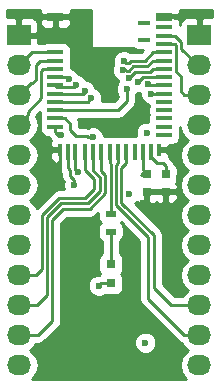
<source format=gbr>
G04 #@! TF.FileFunction,Copper,L1,Top,Signal*
%FSLAX46Y46*%
G04 Gerber Fmt 4.6, Leading zero omitted, Abs format (unit mm)*
G04 Created by KiCad (PCBNEW 4.0.4-stable) date 06/20/17 22:04:30*
%MOMM*%
%LPD*%
G01*
G04 APERTURE LIST*
%ADD10C,0.100000*%
%ADD11R,2.032000X1.727200*%
%ADD12O,2.032000X1.727200*%
%ADD13R,0.750000X0.800000*%
%ADD14R,0.800000X0.800000*%
%ADD15R,0.900000X0.500000*%
%ADD16R,1.400000X0.800000*%
%ADD17R,1.000000X0.400000*%
%ADD18R,1.400000X0.400000*%
%ADD19R,0.400000X1.400000*%
%ADD20R,0.400000X1.100000*%
%ADD21C,0.600000*%
%ADD22C,0.250000*%
%ADD23C,0.254000*%
G04 APERTURE END LIST*
D10*
D11*
X27000000Y-20000000D03*
D12*
X27000000Y-22540000D03*
X27000000Y-25080000D03*
X27000000Y-27620000D03*
X27000000Y-30160000D03*
X27000000Y-32700000D03*
X27000000Y-35240000D03*
X27000000Y-37780000D03*
X27000000Y-40320000D03*
X27000000Y-42860000D03*
X27000000Y-45400000D03*
X27000000Y-47940000D03*
D11*
X42300000Y-20000000D03*
D12*
X42300000Y-22540000D03*
X42300000Y-25080000D03*
X42300000Y-27620000D03*
X42300000Y-30160000D03*
X42300000Y-32700000D03*
X42300000Y-35240000D03*
X42300000Y-37780000D03*
X42300000Y-40320000D03*
X42300000Y-42860000D03*
X42300000Y-45400000D03*
X42300000Y-47940000D03*
D13*
X37846000Y-33262000D03*
X37846000Y-31762000D03*
X39433500Y-33262000D03*
X39433500Y-31762000D03*
D14*
X34798000Y-40995500D03*
X34798000Y-39395500D03*
D15*
X34798000Y-35127500D03*
X34798000Y-36627500D03*
D16*
X39306500Y-18454000D03*
D17*
X37606500Y-20404000D03*
D18*
X39306500Y-20054000D03*
X39306500Y-20754000D03*
X39306500Y-21454000D03*
X39306500Y-22154000D03*
X39306500Y-22854000D03*
X39306500Y-23554000D03*
X39306500Y-24254000D03*
X39306500Y-24954000D03*
X39306500Y-25654000D03*
X39306500Y-26354000D03*
X39306500Y-27054000D03*
X39306500Y-27754000D03*
X39306500Y-28454000D03*
D19*
X38206500Y-29854000D03*
X37506500Y-29854000D03*
X36806500Y-29854000D03*
X36106500Y-29854000D03*
X35406500Y-29854000D03*
X34706500Y-29854000D03*
X34006500Y-29854000D03*
D20*
X38906500Y-29704000D03*
D19*
X33306500Y-29854000D03*
X32606500Y-29854000D03*
X31806500Y-29854000D03*
X31206500Y-29854000D03*
D20*
X30506500Y-29704000D03*
D16*
X30106500Y-18454000D03*
D18*
X30106500Y-21454000D03*
X30106500Y-22154000D03*
X30106500Y-22854000D03*
X30106500Y-23554000D03*
X30106500Y-24254000D03*
X30106500Y-24954000D03*
X30106500Y-25654000D03*
X30106500Y-26354000D03*
X30106500Y-27054000D03*
X30106500Y-27754000D03*
X39306500Y-19354000D03*
D17*
X37606500Y-19004000D03*
D21*
X30506500Y-32295000D03*
X40555480Y-32131000D03*
X37531500Y-34226500D03*
X35814000Y-28448000D03*
X35623500Y-43688000D03*
X33439500Y-48958500D03*
X29652500Y-46228000D03*
X32956500Y-38735000D03*
X32131000Y-38989000D03*
X36512500Y-28003500D03*
X30543500Y-28448000D03*
X36323020Y-33464500D03*
X37719000Y-46037500D03*
X33782000Y-41211500D03*
X37832500Y-28257500D03*
X36131500Y-24574500D03*
X31703999Y-32685001D03*
X32004000Y-31623000D03*
X33274000Y-28653998D03*
X35830847Y-22990517D03*
X35889143Y-22192642D03*
X36322000Y-23622000D03*
X37084000Y-24003000D03*
X37909500Y-24179000D03*
X38237000Y-24954000D03*
X31251500Y-23749000D03*
X31877000Y-24257000D03*
X32575500Y-24701500D03*
X33147000Y-25336500D03*
D22*
X30506500Y-29704000D02*
X30506500Y-32295000D01*
X40513000Y-30860500D02*
X40513000Y-32088520D01*
X40513000Y-32088520D02*
X40555480Y-32131000D01*
X38906500Y-29704000D02*
X39356500Y-29704000D01*
X39356500Y-29704000D02*
X40513000Y-30860500D01*
X37846000Y-33262000D02*
X37846000Y-33912000D01*
X37846000Y-33912000D02*
X37531500Y-34226500D01*
X37846000Y-33262000D02*
X39433500Y-33262000D01*
X30350500Y-28448000D02*
X30543500Y-28448000D01*
X30106500Y-27754000D02*
X30106500Y-28204000D01*
X30106500Y-28204000D02*
X30350500Y-28448000D01*
X33998000Y-40995500D02*
X33782000Y-41211500D01*
X34798000Y-40995500D02*
X33998000Y-40995500D01*
X42300000Y-25080000D02*
X41034000Y-25080000D01*
X40331501Y-20829001D02*
X40256500Y-20754000D01*
X41034000Y-25080000D02*
X40703500Y-24749500D01*
X40703500Y-24749500D02*
X40703500Y-23495000D01*
X40703500Y-23495000D02*
X40331501Y-23123001D01*
X40331501Y-23123001D02*
X40331501Y-20829001D01*
X40256500Y-20754000D02*
X39306500Y-20754000D01*
X40781511Y-20642601D02*
X40781511Y-21173911D01*
X42147600Y-22540000D02*
X42300000Y-22540000D01*
X40781511Y-21173911D02*
X42147600Y-22540000D01*
X40767000Y-20564500D02*
X40767000Y-20628090D01*
X40767000Y-20628090D02*
X40781511Y-20642601D01*
X39306500Y-20054000D02*
X40256500Y-20054000D01*
X40256500Y-20054000D02*
X40767000Y-20564500D01*
X39433500Y-31762000D02*
X39433500Y-31112000D01*
X39433500Y-31112000D02*
X39182500Y-30861000D01*
X39182500Y-30861000D02*
X38728498Y-30861000D01*
X38206500Y-29854000D02*
X38206500Y-30339002D01*
X38206500Y-30339002D02*
X38728498Y-30861000D01*
X37846000Y-31762000D02*
X37506500Y-31422500D01*
X37506500Y-31422500D02*
X37506500Y-29854000D01*
X37506500Y-31657000D02*
X37338000Y-31825500D01*
X30106500Y-26354000D02*
X35368000Y-26354000D01*
X35368000Y-26354000D02*
X36131500Y-25590500D01*
X36131500Y-25590500D02*
X36131500Y-24574500D01*
X31703999Y-32248001D02*
X31703999Y-32685001D01*
X31206500Y-31087000D02*
X31206500Y-31270000D01*
X31206500Y-31270000D02*
X31356490Y-31419990D01*
X31356490Y-31419990D02*
X31356490Y-31900492D01*
X31356490Y-31900492D02*
X31703999Y-32248001D01*
X31206500Y-29854000D02*
X31206500Y-31087000D01*
X31806500Y-31425500D02*
X32004000Y-31623000D01*
X31806500Y-30804000D02*
X31806500Y-31425500D01*
X31806500Y-29854000D02*
X31806500Y-30804000D01*
X34798000Y-36627500D02*
X34798000Y-39395500D01*
X33274000Y-28653998D02*
X32849736Y-28653998D01*
X32849736Y-28653998D02*
X32770738Y-28575000D01*
X32770738Y-28575000D02*
X31877000Y-28575000D01*
X30891502Y-27054000D02*
X31369000Y-27531498D01*
X31369000Y-27531498D02*
X31369000Y-28067000D01*
X30106500Y-27054000D02*
X30891502Y-27054000D01*
X31369000Y-28067000D02*
X31877000Y-28575000D01*
X36058001Y-22996999D02*
X36051519Y-22990517D01*
X36051519Y-22990517D02*
X35830847Y-22990517D01*
X37856520Y-22653980D02*
X36653609Y-22653981D01*
X36653609Y-22653981D02*
X36310591Y-22996999D01*
X36310591Y-22996999D02*
X36058001Y-22996999D01*
X39306500Y-22154000D02*
X38356500Y-22154000D01*
X38356500Y-22154000D02*
X37856520Y-22653980D01*
X36319182Y-22352000D02*
X36048501Y-22352000D01*
X36048501Y-22352000D02*
X35889143Y-22192642D01*
X37649000Y-22161500D02*
X36509682Y-22161500D01*
X36509682Y-22161500D02*
X36319182Y-22352000D01*
X39306500Y-21454000D02*
X38356500Y-21454000D01*
X38356500Y-21454000D02*
X37649000Y-22161500D01*
X36840010Y-23103990D02*
X36322000Y-23622000D01*
X38106510Y-23103990D02*
X36840010Y-23103990D01*
X39306500Y-22854000D02*
X38356500Y-22854000D01*
X38356500Y-22854000D02*
X38106510Y-23103990D01*
X37533000Y-23554000D02*
X37084000Y-24003000D01*
X39306500Y-23554000D02*
X37533000Y-23554000D01*
X38097000Y-24254000D02*
X38022000Y-24179000D01*
X38022000Y-24179000D02*
X37909500Y-24179000D01*
X39306500Y-24254000D02*
X38097000Y-24254000D01*
X39306500Y-24954000D02*
X38237000Y-24954000D01*
X38354000Y-24956500D02*
X38239500Y-24956500D01*
X38239500Y-24956500D02*
X38237000Y-24954000D01*
X39876910Y-42860000D02*
X38671500Y-41654590D01*
X35698020Y-34172610D02*
X38417500Y-36892090D01*
X36106500Y-29854000D02*
X36106500Y-30804000D01*
X35698020Y-31212480D02*
X35698020Y-34172610D01*
X36106500Y-30804000D02*
X35698020Y-31212480D01*
X38417500Y-41400590D02*
X38671500Y-41654590D01*
X38417500Y-36892090D02*
X38417500Y-41400590D01*
X42300000Y-42860000D02*
X39876910Y-42860000D01*
X42300000Y-45400000D02*
X41034000Y-45400000D01*
X41034000Y-45400000D02*
X38036500Y-42402500D01*
X38036500Y-42402500D02*
X38021000Y-42402500D01*
X38021000Y-42402500D02*
X37967490Y-42348990D01*
X37967490Y-37078490D02*
X35248010Y-34359010D01*
X37967490Y-42348990D02*
X37967490Y-37078490D01*
X35248010Y-34359010D02*
X35248010Y-30962490D01*
X35248010Y-30962490D02*
X35406500Y-30804000D01*
X35406500Y-30804000D02*
X35406500Y-29854000D01*
X42300000Y-45400000D02*
X42147600Y-45400000D01*
X42147600Y-45400000D02*
X42145100Y-45402500D01*
X42145100Y-45402500D02*
X41783000Y-45402500D01*
X34798000Y-30895500D02*
X34798000Y-35127500D01*
X34706500Y-29854000D02*
X34706500Y-30804000D01*
X34706500Y-30804000D02*
X34798000Y-30895500D01*
X29856020Y-44184980D02*
X28641000Y-45400000D01*
X28641000Y-45400000D02*
X27000000Y-45400000D01*
X29856020Y-35615300D02*
X29856020Y-44184980D01*
X30789300Y-34682020D02*
X29856020Y-35615300D01*
X33011800Y-34682020D02*
X30789300Y-34682020D01*
X34301018Y-33392802D02*
X33011800Y-34682020D01*
X34301019Y-31821699D02*
X34301018Y-33392802D01*
X34006500Y-29854000D02*
X34006500Y-31527180D01*
X34006500Y-31527180D02*
X34301019Y-31821699D01*
X33306500Y-29854000D02*
X33306500Y-31463590D01*
X33306500Y-31463590D02*
X33851010Y-32008100D01*
X33851010Y-32008100D02*
X33851009Y-33206401D01*
X33851009Y-33206401D02*
X32825400Y-34232010D01*
X32825400Y-34232010D02*
X30602900Y-34232010D01*
X30602900Y-34232010D02*
X29406010Y-35428900D01*
X29406010Y-35428900D02*
X29406010Y-41967990D01*
X29406010Y-41967990D02*
X28514000Y-42860000D01*
X28514000Y-42860000D02*
X27000000Y-42860000D01*
X33401000Y-33020000D02*
X32639000Y-33782000D01*
X32606500Y-29854000D02*
X32606500Y-31400000D01*
X32606500Y-31400000D02*
X33401000Y-32194500D01*
X33401000Y-32194500D02*
X33401000Y-33020000D01*
X28956000Y-39814500D02*
X28450500Y-40320000D01*
X28450500Y-40320000D02*
X27000000Y-40320000D01*
X28956000Y-35242500D02*
X28956000Y-39814500D01*
X30416500Y-33782000D02*
X28956000Y-35242500D01*
X32639000Y-33782000D02*
X30416500Y-33782000D01*
X30106500Y-21454000D02*
X28086000Y-21454000D01*
X28086000Y-21454000D02*
X27000000Y-22540000D01*
X30106500Y-22154000D02*
X28836500Y-22154000D01*
X28013500Y-24066500D02*
X27000000Y-25080000D01*
X28836500Y-22154000D02*
X28448000Y-22542500D01*
X28448000Y-22542500D02*
X28448000Y-23784400D01*
X28448000Y-23784400D02*
X28165900Y-24066500D01*
X28165900Y-24066500D02*
X28013500Y-24066500D01*
X27152400Y-25080000D02*
X27000000Y-25080000D01*
X27000000Y-27483000D02*
X27749500Y-26733500D01*
X27749500Y-26733500D02*
X27749500Y-26479500D01*
X27000000Y-27620000D02*
X27000000Y-27483000D01*
X28898010Y-25330990D02*
X27749500Y-26479500D01*
X28898010Y-23044990D02*
X28898010Y-25330990D01*
X30106500Y-22854000D02*
X29089000Y-22854000D01*
X29089000Y-22854000D02*
X28898010Y-23044990D01*
X27152400Y-27620000D02*
X27000000Y-27620000D01*
X30106500Y-23554000D02*
X31056500Y-23554000D01*
X31056500Y-23554000D02*
X31251500Y-23749000D01*
X31759999Y-24374001D02*
X31877000Y-24257000D01*
X30106500Y-24254000D02*
X30226501Y-24374001D01*
X30226501Y-24374001D02*
X31759999Y-24374001D01*
X32450000Y-24954000D02*
X32575500Y-24828500D01*
X32575500Y-24828500D02*
X32575500Y-24701500D01*
X30106500Y-24954000D02*
X32450000Y-24954000D01*
X32829500Y-25654000D02*
X33147000Y-25336500D01*
X30106500Y-25654000D02*
X32829500Y-25654000D01*
D23*
G36*
X33700560Y-35377500D02*
X33744838Y-35612817D01*
X33883910Y-35828941D01*
X33953711Y-35876634D01*
X33896559Y-35913410D01*
X33751569Y-36125610D01*
X33700560Y-36377500D01*
X33700560Y-36877500D01*
X33744838Y-37112817D01*
X33883910Y-37328941D01*
X34038000Y-37434226D01*
X34038000Y-38472569D01*
X33946559Y-38531410D01*
X33801569Y-38743610D01*
X33750560Y-38995500D01*
X33750560Y-39795500D01*
X33794838Y-40030817D01*
X33901759Y-40196977D01*
X33856160Y-40263714D01*
X33791841Y-40276508D01*
X33596833Y-40276338D01*
X33253057Y-40418383D01*
X32989808Y-40681173D01*
X32847162Y-41024701D01*
X32846838Y-41396667D01*
X32988883Y-41740443D01*
X33251673Y-42003692D01*
X33595201Y-42146338D01*
X33967167Y-42146662D01*
X34277333Y-42018504D01*
X34398000Y-42042940D01*
X35198000Y-42042940D01*
X35433317Y-41998662D01*
X35649441Y-41859590D01*
X35794431Y-41647390D01*
X35845440Y-41395500D01*
X35845440Y-40595500D01*
X35801162Y-40360183D01*
X35694241Y-40194023D01*
X35794431Y-40047390D01*
X35845440Y-39795500D01*
X35845440Y-38995500D01*
X35801162Y-38760183D01*
X35662090Y-38544059D01*
X35558000Y-38472937D01*
X35558000Y-37432605D01*
X35699441Y-37341590D01*
X35844431Y-37129390D01*
X35895440Y-36877500D01*
X35895440Y-36377500D01*
X35851162Y-36142183D01*
X35712090Y-35926059D01*
X35642289Y-35878366D01*
X35672880Y-35858682D01*
X37207490Y-37393293D01*
X37207490Y-42348990D01*
X37265342Y-42639829D01*
X37430089Y-42886391D01*
X37483599Y-42939901D01*
X37530311Y-42971113D01*
X40496599Y-45937401D01*
X40743161Y-46102148D01*
X40827968Y-46119017D01*
X41055585Y-46459670D01*
X41370366Y-46670000D01*
X41055585Y-46880330D01*
X40730729Y-47366511D01*
X40616655Y-47940000D01*
X40730729Y-48513489D01*
X41055585Y-48999670D01*
X41166828Y-49074000D01*
X28133172Y-49074000D01*
X28244415Y-48999670D01*
X28569271Y-48513489D01*
X28683345Y-47940000D01*
X28569271Y-47366511D01*
X28244415Y-46880330D01*
X27929634Y-46670000D01*
X28244415Y-46459670D01*
X28402775Y-46222667D01*
X36783838Y-46222667D01*
X36925883Y-46566443D01*
X37188673Y-46829692D01*
X37532201Y-46972338D01*
X37904167Y-46972662D01*
X38247943Y-46830617D01*
X38511192Y-46567827D01*
X38653838Y-46224299D01*
X38654162Y-45852333D01*
X38512117Y-45508557D01*
X38249327Y-45245308D01*
X37905799Y-45102662D01*
X37533833Y-45102338D01*
X37190057Y-45244383D01*
X36926808Y-45507173D01*
X36784162Y-45850701D01*
X36783838Y-46222667D01*
X28402775Y-46222667D01*
X28444648Y-46160000D01*
X28641000Y-46160000D01*
X28931839Y-46102148D01*
X29178401Y-45937401D01*
X30393421Y-44722381D01*
X30558168Y-44475819D01*
X30616020Y-44184980D01*
X30616020Y-35930102D01*
X31104102Y-35442020D01*
X33011800Y-35442020D01*
X33302639Y-35384168D01*
X33549201Y-35219421D01*
X33700560Y-35068062D01*
X33700560Y-35377500D01*
X33700560Y-35377500D01*
G37*
X33700560Y-35377500D02*
X33744838Y-35612817D01*
X33883910Y-35828941D01*
X33953711Y-35876634D01*
X33896559Y-35913410D01*
X33751569Y-36125610D01*
X33700560Y-36377500D01*
X33700560Y-36877500D01*
X33744838Y-37112817D01*
X33883910Y-37328941D01*
X34038000Y-37434226D01*
X34038000Y-38472569D01*
X33946559Y-38531410D01*
X33801569Y-38743610D01*
X33750560Y-38995500D01*
X33750560Y-39795500D01*
X33794838Y-40030817D01*
X33901759Y-40196977D01*
X33856160Y-40263714D01*
X33791841Y-40276508D01*
X33596833Y-40276338D01*
X33253057Y-40418383D01*
X32989808Y-40681173D01*
X32847162Y-41024701D01*
X32846838Y-41396667D01*
X32988883Y-41740443D01*
X33251673Y-42003692D01*
X33595201Y-42146338D01*
X33967167Y-42146662D01*
X34277333Y-42018504D01*
X34398000Y-42042940D01*
X35198000Y-42042940D01*
X35433317Y-41998662D01*
X35649441Y-41859590D01*
X35794431Y-41647390D01*
X35845440Y-41395500D01*
X35845440Y-40595500D01*
X35801162Y-40360183D01*
X35694241Y-40194023D01*
X35794431Y-40047390D01*
X35845440Y-39795500D01*
X35845440Y-38995500D01*
X35801162Y-38760183D01*
X35662090Y-38544059D01*
X35558000Y-38472937D01*
X35558000Y-37432605D01*
X35699441Y-37341590D01*
X35844431Y-37129390D01*
X35895440Y-36877500D01*
X35895440Y-36377500D01*
X35851162Y-36142183D01*
X35712090Y-35926059D01*
X35642289Y-35878366D01*
X35672880Y-35858682D01*
X37207490Y-37393293D01*
X37207490Y-42348990D01*
X37265342Y-42639829D01*
X37430089Y-42886391D01*
X37483599Y-42939901D01*
X37530311Y-42971113D01*
X40496599Y-45937401D01*
X40743161Y-46102148D01*
X40827968Y-46119017D01*
X41055585Y-46459670D01*
X41370366Y-46670000D01*
X41055585Y-46880330D01*
X40730729Y-47366511D01*
X40616655Y-47940000D01*
X40730729Y-48513489D01*
X41055585Y-48999670D01*
X41166828Y-49074000D01*
X28133172Y-49074000D01*
X28244415Y-48999670D01*
X28569271Y-48513489D01*
X28683345Y-47940000D01*
X28569271Y-47366511D01*
X28244415Y-46880330D01*
X27929634Y-46670000D01*
X28244415Y-46459670D01*
X28402775Y-46222667D01*
X36783838Y-46222667D01*
X36925883Y-46566443D01*
X37188673Y-46829692D01*
X37532201Y-46972338D01*
X37904167Y-46972662D01*
X38247943Y-46830617D01*
X38511192Y-46567827D01*
X38653838Y-46224299D01*
X38654162Y-45852333D01*
X38512117Y-45508557D01*
X38249327Y-45245308D01*
X37905799Y-45102662D01*
X37533833Y-45102338D01*
X37190057Y-45244383D01*
X36926808Y-45507173D01*
X36784162Y-45850701D01*
X36783838Y-46222667D01*
X28402775Y-46222667D01*
X28444648Y-46160000D01*
X28641000Y-46160000D01*
X28931839Y-46102148D01*
X29178401Y-45937401D01*
X30393421Y-44722381D01*
X30558168Y-44475819D01*
X30616020Y-44184980D01*
X30616020Y-35930102D01*
X31104102Y-35442020D01*
X33011800Y-35442020D01*
X33302639Y-35384168D01*
X33549201Y-35219421D01*
X33700560Y-35068062D01*
X33700560Y-35377500D01*
G36*
X40730729Y-28193489D02*
X41055585Y-28679670D01*
X41370366Y-28890000D01*
X41055585Y-29100330D01*
X40730729Y-29586511D01*
X40616655Y-30160000D01*
X40730729Y-30733489D01*
X41055585Y-31219670D01*
X41370366Y-31430000D01*
X41055585Y-31640330D01*
X40730729Y-32126511D01*
X40616655Y-32700000D01*
X40730729Y-33273489D01*
X41055585Y-33759670D01*
X41370366Y-33970000D01*
X41055585Y-34180330D01*
X40730729Y-34666511D01*
X40616655Y-35240000D01*
X40730729Y-35813489D01*
X41055585Y-36299670D01*
X41370366Y-36510000D01*
X41055585Y-36720330D01*
X40730729Y-37206511D01*
X40616655Y-37780000D01*
X40730729Y-38353489D01*
X41055585Y-38839670D01*
X41370366Y-39050000D01*
X41055585Y-39260330D01*
X40730729Y-39746511D01*
X40616655Y-40320000D01*
X40730729Y-40893489D01*
X41055585Y-41379670D01*
X41370366Y-41590000D01*
X41055585Y-41800330D01*
X40855352Y-42100000D01*
X40191712Y-42100000D01*
X39177500Y-41085788D01*
X39177500Y-36892090D01*
X39119648Y-36601251D01*
X38970143Y-36377500D01*
X38954901Y-36354688D01*
X36854899Y-34254686D01*
X37010415Y-34099441D01*
X37111301Y-34200327D01*
X37344690Y-34297000D01*
X37560250Y-34297000D01*
X37719000Y-34138250D01*
X37719000Y-33389000D01*
X37973000Y-33389000D01*
X37973000Y-34138250D01*
X38131750Y-34297000D01*
X38347310Y-34297000D01*
X38580699Y-34200327D01*
X38639750Y-34141276D01*
X38698801Y-34200327D01*
X38932190Y-34297000D01*
X39147750Y-34297000D01*
X39306500Y-34138250D01*
X39306500Y-33389000D01*
X39560500Y-33389000D01*
X39560500Y-34138250D01*
X39719250Y-34297000D01*
X39934810Y-34297000D01*
X40168199Y-34200327D01*
X40346827Y-34021698D01*
X40443500Y-33788309D01*
X40443500Y-33547750D01*
X40284750Y-33389000D01*
X39560500Y-33389000D01*
X39306500Y-33389000D01*
X37973000Y-33389000D01*
X37719000Y-33389000D01*
X37699000Y-33389000D01*
X37699000Y-33135000D01*
X37719000Y-33135000D01*
X37719000Y-33115000D01*
X37973000Y-33115000D01*
X37973000Y-33135000D01*
X39306500Y-33135000D01*
X39306500Y-33115000D01*
X39560500Y-33115000D01*
X39560500Y-33135000D01*
X40284750Y-33135000D01*
X40443500Y-32976250D01*
X40443500Y-32735691D01*
X40346827Y-32502302D01*
X40345457Y-32500932D01*
X40404931Y-32413890D01*
X40455940Y-32162000D01*
X40455940Y-31362000D01*
X40411662Y-31126683D01*
X40272590Y-30910559D01*
X40130520Y-30813487D01*
X39970901Y-30574599D01*
X39741500Y-30345198D01*
X39741500Y-29989750D01*
X39582750Y-29831000D01*
X39053940Y-29831000D01*
X39053940Y-29577000D01*
X39582750Y-29577000D01*
X39741500Y-29418250D01*
X39741500Y-29301440D01*
X40006500Y-29301440D01*
X40241817Y-29257162D01*
X40457941Y-29118090D01*
X40602931Y-28905890D01*
X40653940Y-28654000D01*
X40653940Y-28254000D01*
X40624679Y-28098493D01*
X40653940Y-27954000D01*
X40653940Y-27807444D01*
X40730729Y-28193489D01*
X40730729Y-28193489D01*
G37*
X40730729Y-28193489D02*
X41055585Y-28679670D01*
X41370366Y-28890000D01*
X41055585Y-29100330D01*
X40730729Y-29586511D01*
X40616655Y-30160000D01*
X40730729Y-30733489D01*
X41055585Y-31219670D01*
X41370366Y-31430000D01*
X41055585Y-31640330D01*
X40730729Y-32126511D01*
X40616655Y-32700000D01*
X40730729Y-33273489D01*
X41055585Y-33759670D01*
X41370366Y-33970000D01*
X41055585Y-34180330D01*
X40730729Y-34666511D01*
X40616655Y-35240000D01*
X40730729Y-35813489D01*
X41055585Y-36299670D01*
X41370366Y-36510000D01*
X41055585Y-36720330D01*
X40730729Y-37206511D01*
X40616655Y-37780000D01*
X40730729Y-38353489D01*
X41055585Y-38839670D01*
X41370366Y-39050000D01*
X41055585Y-39260330D01*
X40730729Y-39746511D01*
X40616655Y-40320000D01*
X40730729Y-40893489D01*
X41055585Y-41379670D01*
X41370366Y-41590000D01*
X41055585Y-41800330D01*
X40855352Y-42100000D01*
X40191712Y-42100000D01*
X39177500Y-41085788D01*
X39177500Y-36892090D01*
X39119648Y-36601251D01*
X38970143Y-36377500D01*
X38954901Y-36354688D01*
X36854899Y-34254686D01*
X37010415Y-34099441D01*
X37111301Y-34200327D01*
X37344690Y-34297000D01*
X37560250Y-34297000D01*
X37719000Y-34138250D01*
X37719000Y-33389000D01*
X37973000Y-33389000D01*
X37973000Y-34138250D01*
X38131750Y-34297000D01*
X38347310Y-34297000D01*
X38580699Y-34200327D01*
X38639750Y-34141276D01*
X38698801Y-34200327D01*
X38932190Y-34297000D01*
X39147750Y-34297000D01*
X39306500Y-34138250D01*
X39306500Y-33389000D01*
X39560500Y-33389000D01*
X39560500Y-34138250D01*
X39719250Y-34297000D01*
X39934810Y-34297000D01*
X40168199Y-34200327D01*
X40346827Y-34021698D01*
X40443500Y-33788309D01*
X40443500Y-33547750D01*
X40284750Y-33389000D01*
X39560500Y-33389000D01*
X39306500Y-33389000D01*
X37973000Y-33389000D01*
X37719000Y-33389000D01*
X37699000Y-33389000D01*
X37699000Y-33135000D01*
X37719000Y-33135000D01*
X37719000Y-33115000D01*
X37973000Y-33115000D01*
X37973000Y-33135000D01*
X39306500Y-33135000D01*
X39306500Y-33115000D01*
X39560500Y-33115000D01*
X39560500Y-33135000D01*
X40284750Y-33135000D01*
X40443500Y-32976250D01*
X40443500Y-32735691D01*
X40346827Y-32502302D01*
X40345457Y-32500932D01*
X40404931Y-32413890D01*
X40455940Y-32162000D01*
X40455940Y-31362000D01*
X40411662Y-31126683D01*
X40272590Y-30910559D01*
X40130520Y-30813487D01*
X39970901Y-30574599D01*
X39741500Y-30345198D01*
X39741500Y-29989750D01*
X39582750Y-29831000D01*
X39053940Y-29831000D01*
X39053940Y-29577000D01*
X39582750Y-29577000D01*
X39741500Y-29418250D01*
X39741500Y-29301440D01*
X40006500Y-29301440D01*
X40241817Y-29257162D01*
X40457941Y-29118090D01*
X40602931Y-28905890D01*
X40653940Y-28654000D01*
X40653940Y-28254000D01*
X40624679Y-28098493D01*
X40653940Y-27954000D01*
X40653940Y-27807444D01*
X40730729Y-28193489D01*
G36*
X28759060Y-26554000D02*
X28788321Y-26709507D01*
X28759060Y-26854000D01*
X28759060Y-27254000D01*
X28788321Y-27409507D01*
X28759060Y-27554000D01*
X28759060Y-27954000D01*
X28803338Y-28189317D01*
X28942410Y-28405441D01*
X29154610Y-28550431D01*
X29406500Y-28601440D01*
X29475580Y-28601440D01*
X29569099Y-28741401D01*
X29712178Y-28884480D01*
X29721487Y-28907010D01*
X29671500Y-29027690D01*
X29671500Y-29418250D01*
X29830250Y-29577000D01*
X30359060Y-29577000D01*
X30359060Y-29831000D01*
X29830250Y-29831000D01*
X29671500Y-29989750D01*
X29671500Y-30380310D01*
X29768173Y-30613699D01*
X29946802Y-30792327D01*
X30180191Y-30889000D01*
X30247750Y-30889000D01*
X30379498Y-30757252D01*
X30379498Y-30889000D01*
X30446500Y-30889000D01*
X30446500Y-31270000D01*
X30504352Y-31560839D01*
X30596490Y-31698734D01*
X30596490Y-31900492D01*
X30654342Y-32191331D01*
X30803741Y-32414924D01*
X30769161Y-32498202D01*
X30768837Y-32870168D01*
X30831573Y-33022000D01*
X30416500Y-33022000D01*
X30125661Y-33079852D01*
X29879099Y-33244599D01*
X28524376Y-34599322D01*
X28244415Y-34180330D01*
X27929634Y-33970000D01*
X28244415Y-33759670D01*
X28569271Y-33273489D01*
X28683345Y-32700000D01*
X28569271Y-32126511D01*
X28244415Y-31640330D01*
X27929634Y-31430000D01*
X28244415Y-31219670D01*
X28569271Y-30733489D01*
X28683345Y-30160000D01*
X28569271Y-29586511D01*
X28244415Y-29100330D01*
X27929634Y-28890000D01*
X28244415Y-28679670D01*
X28569271Y-28193489D01*
X28683345Y-27620000D01*
X28569271Y-27046511D01*
X28475233Y-26905773D01*
X28494403Y-26809399D01*
X28759060Y-26544742D01*
X28759060Y-26554000D01*
X28759060Y-26554000D01*
G37*
X28759060Y-26554000D02*
X28788321Y-26709507D01*
X28759060Y-26854000D01*
X28759060Y-27254000D01*
X28788321Y-27409507D01*
X28759060Y-27554000D01*
X28759060Y-27954000D01*
X28803338Y-28189317D01*
X28942410Y-28405441D01*
X29154610Y-28550431D01*
X29406500Y-28601440D01*
X29475580Y-28601440D01*
X29569099Y-28741401D01*
X29712178Y-28884480D01*
X29721487Y-28907010D01*
X29671500Y-29027690D01*
X29671500Y-29418250D01*
X29830250Y-29577000D01*
X30359060Y-29577000D01*
X30359060Y-29831000D01*
X29830250Y-29831000D01*
X29671500Y-29989750D01*
X29671500Y-30380310D01*
X29768173Y-30613699D01*
X29946802Y-30792327D01*
X30180191Y-30889000D01*
X30247750Y-30889000D01*
X30379498Y-30757252D01*
X30379498Y-30889000D01*
X30446500Y-30889000D01*
X30446500Y-31270000D01*
X30504352Y-31560839D01*
X30596490Y-31698734D01*
X30596490Y-31900492D01*
X30654342Y-32191331D01*
X30803741Y-32414924D01*
X30769161Y-32498202D01*
X30768837Y-32870168D01*
X30831573Y-33022000D01*
X30416500Y-33022000D01*
X30125661Y-33079852D01*
X29879099Y-33244599D01*
X28524376Y-34599322D01*
X28244415Y-34180330D01*
X27929634Y-33970000D01*
X28244415Y-33759670D01*
X28569271Y-33273489D01*
X28683345Y-32700000D01*
X28569271Y-32126511D01*
X28244415Y-31640330D01*
X27929634Y-31430000D01*
X28244415Y-31219670D01*
X28569271Y-30733489D01*
X28683345Y-30160000D01*
X28569271Y-29586511D01*
X28244415Y-29100330D01*
X27929634Y-28890000D01*
X28244415Y-28679670D01*
X28569271Y-28193489D01*
X28683345Y-27620000D01*
X28569271Y-27046511D01*
X28475233Y-26905773D01*
X28494403Y-26809399D01*
X28759060Y-26544742D01*
X28759060Y-26554000D01*
G36*
X37301838Y-25139167D02*
X37443883Y-25482943D01*
X37706673Y-25746192D01*
X37959060Y-25850993D01*
X37959060Y-25854000D01*
X37988321Y-26009507D01*
X37959060Y-26154000D01*
X37959060Y-26554000D01*
X37988321Y-26709507D01*
X37959060Y-26854000D01*
X37959060Y-27254000D01*
X37971972Y-27322621D01*
X37647333Y-27322338D01*
X37303557Y-27464383D01*
X37040308Y-27727173D01*
X36897662Y-28070701D01*
X36897338Y-28442667D01*
X36923738Y-28506560D01*
X36606500Y-28506560D01*
X36450993Y-28535821D01*
X36306500Y-28506560D01*
X35906500Y-28506560D01*
X35750993Y-28535821D01*
X35606500Y-28506560D01*
X35206500Y-28506560D01*
X35050993Y-28535821D01*
X34906500Y-28506560D01*
X34506500Y-28506560D01*
X34350993Y-28535821D01*
X34209129Y-28507092D01*
X34209162Y-28468831D01*
X34067117Y-28125055D01*
X33804327Y-27861806D01*
X33460799Y-27719160D01*
X33088833Y-27718836D01*
X32828359Y-27826462D01*
X32770738Y-27815000D01*
X32191802Y-27815000D01*
X32129000Y-27752198D01*
X32129000Y-27531498D01*
X32071148Y-27240659D01*
X31986517Y-27114000D01*
X35368000Y-27114000D01*
X35658839Y-27056148D01*
X35905401Y-26891401D01*
X36668901Y-26127901D01*
X36833648Y-25881339D01*
X36891500Y-25590500D01*
X36891500Y-25136963D01*
X36923692Y-25104827D01*
X36992998Y-24937921D01*
X37269167Y-24938162D01*
X37302025Y-24924585D01*
X37301838Y-25139167D01*
X37301838Y-25139167D01*
G37*
X37301838Y-25139167D02*
X37443883Y-25482943D01*
X37706673Y-25746192D01*
X37959060Y-25850993D01*
X37959060Y-25854000D01*
X37988321Y-26009507D01*
X37959060Y-26154000D01*
X37959060Y-26554000D01*
X37988321Y-26709507D01*
X37959060Y-26854000D01*
X37959060Y-27254000D01*
X37971972Y-27322621D01*
X37647333Y-27322338D01*
X37303557Y-27464383D01*
X37040308Y-27727173D01*
X36897662Y-28070701D01*
X36897338Y-28442667D01*
X36923738Y-28506560D01*
X36606500Y-28506560D01*
X36450993Y-28535821D01*
X36306500Y-28506560D01*
X35906500Y-28506560D01*
X35750993Y-28535821D01*
X35606500Y-28506560D01*
X35206500Y-28506560D01*
X35050993Y-28535821D01*
X34906500Y-28506560D01*
X34506500Y-28506560D01*
X34350993Y-28535821D01*
X34209129Y-28507092D01*
X34209162Y-28468831D01*
X34067117Y-28125055D01*
X33804327Y-27861806D01*
X33460799Y-27719160D01*
X33088833Y-27718836D01*
X32828359Y-27826462D01*
X32770738Y-27815000D01*
X32191802Y-27815000D01*
X32129000Y-27752198D01*
X32129000Y-27531498D01*
X32071148Y-27240659D01*
X31986517Y-27114000D01*
X35368000Y-27114000D01*
X35658839Y-27056148D01*
X35905401Y-26891401D01*
X36668901Y-26127901D01*
X36833648Y-25881339D01*
X36891500Y-25590500D01*
X36891500Y-25136963D01*
X36923692Y-25104827D01*
X36992998Y-24937921D01*
X37269167Y-24938162D01*
X37302025Y-24924585D01*
X37301838Y-25139167D01*
G36*
X28771500Y-17927690D02*
X28771500Y-18168250D01*
X28930250Y-18327000D01*
X29979500Y-18327000D01*
X29979500Y-18307000D01*
X30233500Y-18307000D01*
X30233500Y-18327000D01*
X31282750Y-18327000D01*
X31441500Y-18168250D01*
X31441500Y-17927690D01*
X31432930Y-17907000D01*
X33147000Y-17907000D01*
X33147000Y-20955000D01*
X33157006Y-21004410D01*
X33185447Y-21046035D01*
X33227841Y-21073315D01*
X33274000Y-21082000D01*
X36681280Y-21082000D01*
X36854610Y-21200431D01*
X37106500Y-21251440D01*
X37484258Y-21251440D01*
X37334198Y-21401500D01*
X36509682Y-21401500D01*
X36435290Y-21416298D01*
X36419470Y-21400450D01*
X36075942Y-21257804D01*
X35703976Y-21257480D01*
X35360200Y-21399525D01*
X35096951Y-21662315D01*
X34954305Y-22005843D01*
X34953981Y-22377809D01*
X35013275Y-22521312D01*
X34896009Y-22803718D01*
X34895685Y-23175684D01*
X35037730Y-23519460D01*
X35300520Y-23782709D01*
X35392516Y-23820909D01*
X35442290Y-23941371D01*
X35339308Y-24044173D01*
X35196662Y-24387701D01*
X35196338Y-24759667D01*
X35338383Y-25103443D01*
X35371500Y-25136618D01*
X35371500Y-25275698D01*
X35053198Y-25594000D01*
X34052480Y-25594000D01*
X34081838Y-25523299D01*
X34082162Y-25151333D01*
X33940117Y-24807557D01*
X33677327Y-24544308D01*
X33490098Y-24466563D01*
X33368617Y-24172557D01*
X33105827Y-23909308D01*
X32762299Y-23766662D01*
X32686041Y-23766596D01*
X32670117Y-23728057D01*
X32407327Y-23464808D01*
X32091571Y-23333694D01*
X32044617Y-23220057D01*
X31781827Y-22956808D01*
X31453940Y-22820657D01*
X31453940Y-22654000D01*
X31424679Y-22498493D01*
X31453940Y-22354000D01*
X31453940Y-21954000D01*
X31424679Y-21798493D01*
X31453940Y-21654000D01*
X31453940Y-21254000D01*
X31409662Y-21018683D01*
X31270590Y-20802559D01*
X31058390Y-20657569D01*
X30806500Y-20606560D01*
X29406500Y-20606560D01*
X29171183Y-20650838D01*
X29104107Y-20694000D01*
X28651000Y-20694000D01*
X28651000Y-20285750D01*
X28492250Y-20127000D01*
X27127000Y-20127000D01*
X27127000Y-20147000D01*
X26873000Y-20147000D01*
X26873000Y-20127000D01*
X26853000Y-20127000D01*
X26853000Y-19873000D01*
X26873000Y-19873000D01*
X26873000Y-18660150D01*
X27127000Y-18660150D01*
X27127000Y-19873000D01*
X28492250Y-19873000D01*
X28651000Y-19714250D01*
X28651000Y-19010090D01*
X28554327Y-18776701D01*
X28517376Y-18739750D01*
X28771500Y-18739750D01*
X28771500Y-18980310D01*
X28868173Y-19213699D01*
X29046802Y-19392327D01*
X29280191Y-19489000D01*
X29820750Y-19489000D01*
X29979500Y-19330250D01*
X29979500Y-18581000D01*
X30233500Y-18581000D01*
X30233500Y-19330250D01*
X30392250Y-19489000D01*
X30932809Y-19489000D01*
X31166198Y-19392327D01*
X31344827Y-19213699D01*
X31441500Y-18980310D01*
X31441500Y-18739750D01*
X31282750Y-18581000D01*
X30233500Y-18581000D01*
X29979500Y-18581000D01*
X28930250Y-18581000D01*
X28771500Y-18739750D01*
X28517376Y-18739750D01*
X28375698Y-18598073D01*
X28142309Y-18501400D01*
X27285750Y-18501400D01*
X27127000Y-18660150D01*
X26873000Y-18660150D01*
X26714250Y-18501400D01*
X25983000Y-18501400D01*
X25983000Y-17907000D01*
X28780070Y-17907000D01*
X28771500Y-17927690D01*
X28771500Y-17927690D01*
G37*
X28771500Y-17927690D02*
X28771500Y-18168250D01*
X28930250Y-18327000D01*
X29979500Y-18327000D01*
X29979500Y-18307000D01*
X30233500Y-18307000D01*
X30233500Y-18327000D01*
X31282750Y-18327000D01*
X31441500Y-18168250D01*
X31441500Y-17927690D01*
X31432930Y-17907000D01*
X33147000Y-17907000D01*
X33147000Y-20955000D01*
X33157006Y-21004410D01*
X33185447Y-21046035D01*
X33227841Y-21073315D01*
X33274000Y-21082000D01*
X36681280Y-21082000D01*
X36854610Y-21200431D01*
X37106500Y-21251440D01*
X37484258Y-21251440D01*
X37334198Y-21401500D01*
X36509682Y-21401500D01*
X36435290Y-21416298D01*
X36419470Y-21400450D01*
X36075942Y-21257804D01*
X35703976Y-21257480D01*
X35360200Y-21399525D01*
X35096951Y-21662315D01*
X34954305Y-22005843D01*
X34953981Y-22377809D01*
X35013275Y-22521312D01*
X34896009Y-22803718D01*
X34895685Y-23175684D01*
X35037730Y-23519460D01*
X35300520Y-23782709D01*
X35392516Y-23820909D01*
X35442290Y-23941371D01*
X35339308Y-24044173D01*
X35196662Y-24387701D01*
X35196338Y-24759667D01*
X35338383Y-25103443D01*
X35371500Y-25136618D01*
X35371500Y-25275698D01*
X35053198Y-25594000D01*
X34052480Y-25594000D01*
X34081838Y-25523299D01*
X34082162Y-25151333D01*
X33940117Y-24807557D01*
X33677327Y-24544308D01*
X33490098Y-24466563D01*
X33368617Y-24172557D01*
X33105827Y-23909308D01*
X32762299Y-23766662D01*
X32686041Y-23766596D01*
X32670117Y-23728057D01*
X32407327Y-23464808D01*
X32091571Y-23333694D01*
X32044617Y-23220057D01*
X31781827Y-22956808D01*
X31453940Y-22820657D01*
X31453940Y-22654000D01*
X31424679Y-22498493D01*
X31453940Y-22354000D01*
X31453940Y-21954000D01*
X31424679Y-21798493D01*
X31453940Y-21654000D01*
X31453940Y-21254000D01*
X31409662Y-21018683D01*
X31270590Y-20802559D01*
X31058390Y-20657569D01*
X30806500Y-20606560D01*
X29406500Y-20606560D01*
X29171183Y-20650838D01*
X29104107Y-20694000D01*
X28651000Y-20694000D01*
X28651000Y-20285750D01*
X28492250Y-20127000D01*
X27127000Y-20127000D01*
X27127000Y-20147000D01*
X26873000Y-20147000D01*
X26873000Y-20127000D01*
X26853000Y-20127000D01*
X26853000Y-19873000D01*
X26873000Y-19873000D01*
X26873000Y-18660150D01*
X27127000Y-18660150D01*
X27127000Y-19873000D01*
X28492250Y-19873000D01*
X28651000Y-19714250D01*
X28651000Y-19010090D01*
X28554327Y-18776701D01*
X28517376Y-18739750D01*
X28771500Y-18739750D01*
X28771500Y-18980310D01*
X28868173Y-19213699D01*
X29046802Y-19392327D01*
X29280191Y-19489000D01*
X29820750Y-19489000D01*
X29979500Y-19330250D01*
X29979500Y-18581000D01*
X30233500Y-18581000D01*
X30233500Y-19330250D01*
X30392250Y-19489000D01*
X30932809Y-19489000D01*
X31166198Y-19392327D01*
X31344827Y-19213699D01*
X31441500Y-18980310D01*
X31441500Y-18739750D01*
X31282750Y-18581000D01*
X30233500Y-18581000D01*
X29979500Y-18581000D01*
X28930250Y-18581000D01*
X28771500Y-18739750D01*
X28517376Y-18739750D01*
X28375698Y-18598073D01*
X28142309Y-18501400D01*
X27285750Y-18501400D01*
X27127000Y-18660150D01*
X26873000Y-18660150D01*
X26714250Y-18501400D01*
X25983000Y-18501400D01*
X25983000Y-17907000D01*
X28780070Y-17907000D01*
X28771500Y-17927690D01*
G36*
X43359000Y-18501400D02*
X42585750Y-18501400D01*
X42427000Y-18660150D01*
X42427000Y-19873000D01*
X42447000Y-19873000D01*
X42447000Y-20127000D01*
X42427000Y-20127000D01*
X42427000Y-20147000D01*
X42173000Y-20147000D01*
X42173000Y-20127000D01*
X42153000Y-20127000D01*
X42153000Y-19873000D01*
X42173000Y-19873000D01*
X42173000Y-18660150D01*
X42014250Y-18501400D01*
X41157691Y-18501400D01*
X40924302Y-18598073D01*
X40745673Y-18776701D01*
X40649000Y-19010090D01*
X40649000Y-19127746D01*
X40627581Y-19013914D01*
X40641500Y-18980310D01*
X40641500Y-18739750D01*
X40482750Y-18581000D01*
X40292682Y-18581000D01*
X40258390Y-18557569D01*
X40006500Y-18506560D01*
X39159500Y-18506560D01*
X39159500Y-18327000D01*
X39179500Y-18327000D01*
X39179500Y-18307000D01*
X39433500Y-18307000D01*
X39433500Y-18327000D01*
X40482750Y-18327000D01*
X40641500Y-18168250D01*
X40641500Y-17927690D01*
X40632930Y-17907000D01*
X43359000Y-17907000D01*
X43359000Y-18501400D01*
X43359000Y-18501400D01*
G37*
X43359000Y-18501400D02*
X42585750Y-18501400D01*
X42427000Y-18660150D01*
X42427000Y-19873000D01*
X42447000Y-19873000D01*
X42447000Y-20127000D01*
X42427000Y-20127000D01*
X42427000Y-20147000D01*
X42173000Y-20147000D01*
X42173000Y-20127000D01*
X42153000Y-20127000D01*
X42153000Y-19873000D01*
X42173000Y-19873000D01*
X42173000Y-18660150D01*
X42014250Y-18501400D01*
X41157691Y-18501400D01*
X40924302Y-18598073D01*
X40745673Y-18776701D01*
X40649000Y-19010090D01*
X40649000Y-19127746D01*
X40627581Y-19013914D01*
X40641500Y-18980310D01*
X40641500Y-18739750D01*
X40482750Y-18581000D01*
X40292682Y-18581000D01*
X40258390Y-18557569D01*
X40006500Y-18506560D01*
X39159500Y-18506560D01*
X39159500Y-18327000D01*
X39179500Y-18327000D01*
X39179500Y-18307000D01*
X39433500Y-18307000D01*
X39433500Y-18327000D01*
X40482750Y-18327000D01*
X40641500Y-18168250D01*
X40641500Y-17927690D01*
X40632930Y-17907000D01*
X43359000Y-17907000D01*
X43359000Y-18501400D01*
M02*

</source>
